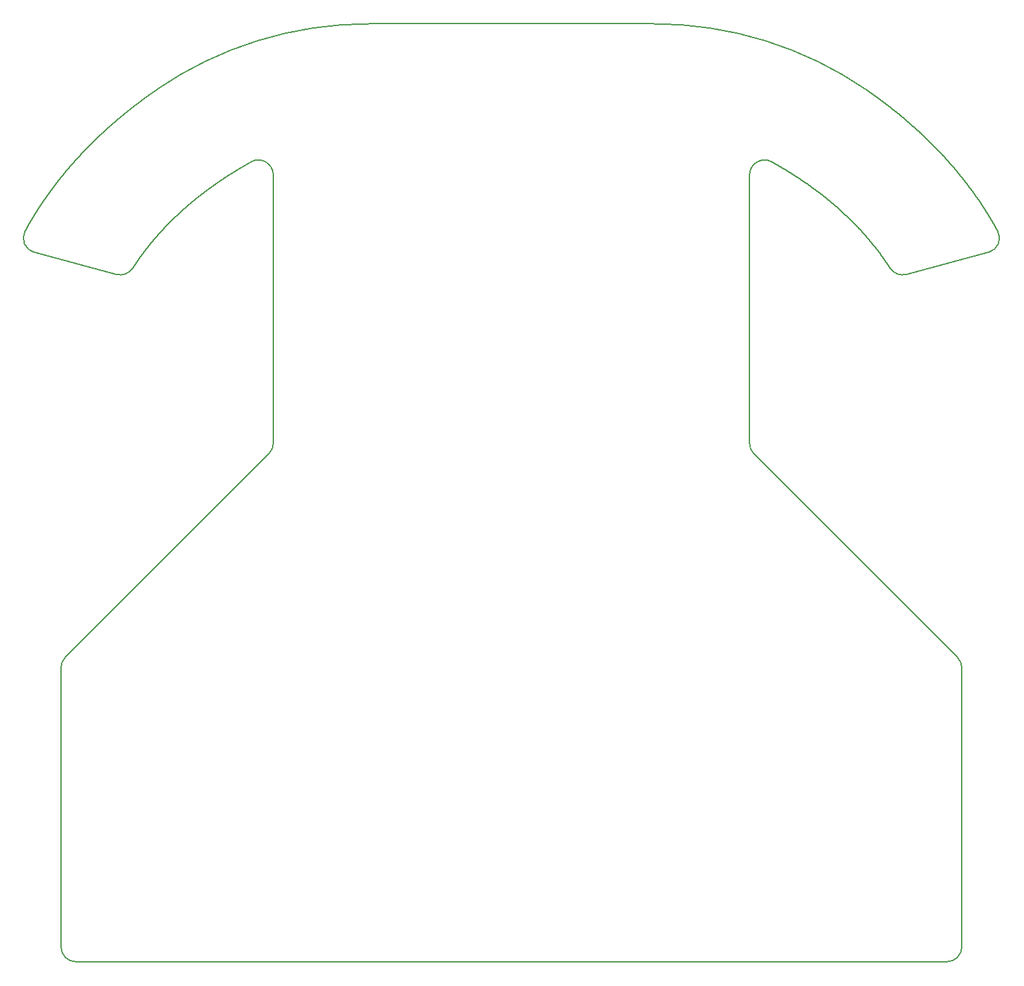
<source format=gbr>
%TF.GenerationSoftware,KiCad,Pcbnew,9.0.7*%
%TF.CreationDate,2026-02-10T22:33:51+01:00*%
%TF.ProjectId,LinefollowerMK1,4c696e65-666f-46c6-9c6f-7765724d4b31,rev?*%
%TF.SameCoordinates,Original*%
%TF.FileFunction,Profile,NP*%
%FSLAX46Y46*%
G04 Gerber Fmt 4.6, Leading zero omitted, Abs format (unit mm)*
G04 Created by KiCad (PCBNEW 9.0.7) date 2026-02-10 22:33:51*
%MOMM*%
%LPD*%
G01*
G04 APERTURE LIST*
%ADD10C,0.200000*%
%TA.AperFunction,Profile*%
%ADD11C,0.200000*%
%TD*%
G04 APERTURE END LIST*
D10*
X242568600Y-56280521D02*
X242539411Y-56227205D01*
X242510141Y-56173906D01*
X242480788Y-56120623D01*
X242451354Y-56067359D01*
X242421837Y-56014111D01*
X242392239Y-55960880D01*
X242362559Y-55907667D01*
X242332797Y-55854471D01*
X242302953Y-55801293D01*
X242273027Y-55748132D01*
X242243019Y-55694989D01*
X242212930Y-55641863D01*
X242182758Y-55588755D01*
X242152504Y-55535665D01*
X242122169Y-55482592D01*
X242091751Y-55429538D01*
X242061252Y-55376501D01*
X242030671Y-55323482D01*
X242000007Y-55270481D01*
X241969262Y-55217498D01*
X241938434Y-55164534D01*
X241907525Y-55111587D01*
X241876534Y-55058659D01*
X241845461Y-55005749D01*
X241814305Y-54952858D01*
X241783068Y-54899985D01*
X241751749Y-54847130D01*
X241720348Y-54794294D01*
X241688864Y-54741477D01*
X241657299Y-54688678D01*
X241625652Y-54635898D01*
X241593923Y-54583137D01*
X241562111Y-54530394D01*
X241530218Y-54477671D01*
X241498243Y-54424966D01*
X241466185Y-54372281D01*
X241434046Y-54319614D01*
X241401824Y-54266967D01*
X241369521Y-54214339D01*
X241337135Y-54161730D01*
X241304668Y-54109141D01*
X241272118Y-54056571D01*
X241239486Y-54004020D01*
X241206773Y-53951489D01*
X241173977Y-53898978D01*
X241141099Y-53846486D01*
X241108139Y-53794014D01*
X241075097Y-53741561D01*
X241041973Y-53689129D01*
X241008767Y-53636716D01*
X240975479Y-53584323D01*
X240942109Y-53531951D01*
X240908656Y-53479598D01*
X240875122Y-53427266D01*
X240841506Y-53374953D01*
X240807807Y-53322661D01*
X240774027Y-53270390D01*
X240740164Y-53218138D01*
X240706219Y-53165908D01*
X240672193Y-53113697D01*
X240638084Y-53061508D01*
X240603893Y-53009339D01*
X240569620Y-52957190D01*
X240535265Y-52905063D01*
X240500827Y-52852956D01*
X240466308Y-52800870D01*
X240431707Y-52748806D01*
X240397024Y-52696762D01*
X240362258Y-52644739D01*
X240327411Y-52592738D01*
X240292481Y-52540757D01*
X240257469Y-52488798D01*
X240222375Y-52436861D01*
X240187200Y-52384945D01*
X240151942Y-52333050D01*
X240116602Y-52281177D01*
X240081180Y-52229325D01*
X240045675Y-52177496D01*
X240010089Y-52125688D01*
X239974421Y-52073901D01*
X239938671Y-52022137D01*
X239902838Y-51970395D01*
X239866924Y-51918674D01*
X239830927Y-51866976D01*
X239794849Y-51815300D01*
X239758688Y-51763646D01*
X239722445Y-51712015D01*
X239686121Y-51660405D01*
X239649714Y-51608819D01*
X239613225Y-51557254D01*
X239576654Y-51505713D01*
X239540001Y-51454193D01*
X239503266Y-51402697D01*
X239466449Y-51351223D01*
X239429550Y-51299773D01*
X239392569Y-51248345D01*
X239355506Y-51196940D01*
X239318361Y-51145558D01*
X239281134Y-51094199D01*
X239243825Y-51042863D01*
X239206434Y-50991551D01*
X239168961Y-50940262D01*
X239131405Y-50888996D01*
X239093768Y-50837754D01*
X239056049Y-50786535D01*
X239018248Y-50735340D01*
X238980365Y-50684169D01*
X238942400Y-50633021D01*
X238904353Y-50581897D01*
X238866224Y-50530797D01*
X238828013Y-50479721D01*
X238789720Y-50428668D01*
X238751345Y-50377640D01*
X238712888Y-50326636D01*
X238674349Y-50275657D01*
X238635729Y-50224701D01*
X238597026Y-50173770D01*
X238558242Y-50122864D01*
X238519375Y-50071981D01*
X238480427Y-50021124D01*
X238441396Y-49970291D01*
X238402284Y-49919483D01*
X238363090Y-49868699D01*
X238323814Y-49817940D01*
X238284456Y-49767207D01*
X238245017Y-49716498D01*
X238205495Y-49665814D01*
X238165892Y-49615156D01*
X238126207Y-49564523D01*
X238086439Y-49513915D01*
X238046591Y-49463332D01*
X238006660Y-49412775D01*
X237966647Y-49362243D01*
X237926553Y-49311737D01*
X237886377Y-49261256D01*
X237846119Y-49210801D01*
X237805779Y-49160372D01*
X237765358Y-49109969D01*
X237724855Y-49059592D01*
X237684270Y-49009241D01*
X237643603Y-48958916D01*
X237602854Y-48908617D01*
X237562024Y-48858344D01*
X237521112Y-48808097D01*
X237480119Y-48757877D01*
X237439044Y-48707684D01*
X237397887Y-48657516D01*
X237356648Y-48607376D01*
X237315328Y-48557262D01*
X237273926Y-48507175D01*
X237232442Y-48457114D01*
X237190877Y-48407081D01*
X237149230Y-48357074D01*
X237107502Y-48307095D01*
X237065692Y-48257142D01*
X237023800Y-48207217D01*
X236981827Y-48157319D01*
X236939772Y-48107449D01*
X236897636Y-48057605D01*
X236855418Y-48007790D01*
X236813119Y-47958001D01*
X236770738Y-47908241D01*
X236728276Y-47858508D01*
X236685732Y-47808803D01*
X236643107Y-47759126D01*
X236600400Y-47709476D01*
X236557612Y-47659855D01*
X236514742Y-47610262D01*
X236471791Y-47560697D01*
X236428759Y-47511160D01*
X236385645Y-47461652D01*
X236342450Y-47412171D01*
X236299174Y-47362720D01*
X236255816Y-47313297D01*
X236212376Y-47263902D01*
X236168856Y-47214536D01*
X236125254Y-47165199D01*
X236081571Y-47115891D01*
X236037807Y-47066612D01*
X235993961Y-47017361D01*
X235950034Y-46968140D01*
X235906026Y-46918948D01*
X235861937Y-46869785D01*
X235817766Y-46820651D01*
X235773514Y-46771547D01*
X235729182Y-46722472D01*
X235684768Y-46673427D01*
X235640273Y-46624411D01*
X235595696Y-46575425D01*
X235551039Y-46526469D01*
X235506301Y-46477543D01*
X235461481Y-46428646D01*
X235416581Y-46379780D01*
X235371599Y-46330943D01*
X235326537Y-46282137D01*
X235281393Y-46233361D01*
X235236169Y-46184615D01*
X235190863Y-46135900D01*
X235145477Y-46087215D01*
X235100010Y-46038561D01*
X235054461Y-45989937D01*
X235008832Y-45941344D01*
X234963122Y-45892782D01*
X234917332Y-45844250D01*
X234871460Y-45795750D01*
X234825508Y-45747280D01*
X234779475Y-45698842D01*
X234733361Y-45650434D01*
X234687166Y-45602058D01*
X234640891Y-45553714D01*
X234594535Y-45505400D01*
X234548098Y-45457118D01*
X234501580Y-45408868D01*
X234454982Y-45360649D01*
X234408304Y-45312462D01*
X234361544Y-45264307D01*
X234314705Y-45216184D01*
X234267784Y-45168093D01*
X234220783Y-45120033D01*
X234173702Y-45072006D01*
X234126540Y-45024011D01*
X234079298Y-44976048D01*
X234031975Y-44928118D01*
X233984572Y-44880220D01*
X233937088Y-44832354D01*
X233889524Y-44784522D01*
X233841880Y-44736721D01*
X233794155Y-44688954D01*
X233746350Y-44641219D01*
X233698465Y-44593517D01*
X233650499Y-44545849D01*
X233602453Y-44498213D01*
X233554327Y-44450610D01*
X233506121Y-44403041D01*
X233457835Y-44355505D01*
X233409469Y-44308002D01*
X233361022Y-44260533D01*
X233312495Y-44213097D01*
X233263889Y-44165695D01*
X233215202Y-44118327D01*
X233166435Y-44070992D01*
X233117589Y-44023692D01*
X233068662Y-43976425D01*
X233019655Y-43929192D01*
X232970569Y-43881994D01*
X232921403Y-43834829D01*
X232872156Y-43787699D01*
X232822830Y-43740603D01*
X232773424Y-43693542D01*
X232723939Y-43646515D01*
X232674373Y-43599523D01*
X232624728Y-43552565D01*
X232575004Y-43505642D01*
X232525199Y-43458754D01*
X232475315Y-43411901D01*
X232425351Y-43365083D01*
X232375308Y-43318300D01*
X232325185Y-43271552D01*
X232274983Y-43224840D01*
X232224701Y-43178162D01*
X232174340Y-43131521D01*
X232123899Y-43084914D01*
X232073379Y-43038343D01*
X232022780Y-42991808D01*
X231972101Y-42945309D01*
X231921343Y-42898845D01*
X231870505Y-42852417D01*
X231819589Y-42806026D01*
X231768593Y-42759670D01*
X231717518Y-42713350D01*
X231666364Y-42667067D01*
X231615130Y-42620820D01*
X231563818Y-42574609D01*
X231512426Y-42528435D01*
X231460956Y-42482297D01*
X231409406Y-42436196D01*
X231357778Y-42390132D01*
X231306070Y-42344104D01*
X231254284Y-42298114D01*
X231202418Y-42252160D01*
X231150474Y-42206243D01*
X231098451Y-42160364D01*
X231046350Y-42114521D01*
X230994169Y-42068716D01*
X230941910Y-42022949D01*
X230889572Y-41977218D01*
X230837156Y-41931526D01*
X230784661Y-41885871D01*
X230732087Y-41840253D01*
X230679435Y-41794674D01*
X230626704Y-41749132D01*
X230573895Y-41703628D01*
X230521007Y-41658162D01*
X230468041Y-41612734D01*
X230414997Y-41567345D01*
X230361874Y-41521994D01*
X230308673Y-41476681D01*
X230255393Y-41431406D01*
X230202036Y-41386170D01*
X230148600Y-41340973D01*
X230095086Y-41295814D01*
X230041494Y-41250695D01*
X229987824Y-41205614D01*
X229934076Y-41160572D01*
X229880250Y-41115568D01*
X229826346Y-41070604D01*
X229772364Y-41025680D01*
X229718304Y-40980794D01*
X229664166Y-40935948D01*
X229609950Y-40891141D01*
X229555657Y-40846374D01*
X229501285Y-40801646D01*
X229446837Y-40756958D01*
X229392310Y-40712310D01*
X229337706Y-40667702D01*
X229283024Y-40623133D01*
X229228265Y-40578605D01*
X229173428Y-40534116D01*
X229118513Y-40489668D01*
X229063522Y-40445260D01*
X229008452Y-40400893D01*
X228953306Y-40356566D01*
X228898082Y-40312279D01*
X228842781Y-40268033D01*
X228787402Y-40223827D01*
X228731947Y-40179663D01*
X228676414Y-40135539D01*
X228620804Y-40091456D01*
X228565117Y-40047414D01*
X228509353Y-40003413D01*
X228453512Y-39959454D01*
X228397595Y-39915535D01*
X228341600Y-39871658D01*
X228285528Y-39827823D01*
X228229380Y-39784028D01*
X228173154Y-39740276D01*
X228116852Y-39696565D01*
X228060473Y-39652896D01*
X228004018Y-39609268D01*
X227947486Y-39565683D01*
X227890877Y-39522140D01*
X227834192Y-39478638D01*
X227777431Y-39435179D01*
X227720593Y-39391762D01*
X227663678Y-39348387D01*
X227606687Y-39305055D01*
X227549620Y-39261765D01*
X227492477Y-39218518D01*
X227435257Y-39175314D01*
X227377962Y-39132152D01*
X227320590Y-39089033D01*
X227263142Y-39045957D01*
X227205618Y-39002924D01*
X227148018Y-38959934D01*
X227090342Y-38916987D01*
X227032590Y-38874084D01*
X226974762Y-38831223D01*
X226916859Y-38788406D01*
X226858880Y-38745633D01*
X226800825Y-38702903D01*
X226742694Y-38660217D01*
X226684488Y-38617575D01*
X226626206Y-38574976D01*
X226567848Y-38532421D01*
X226509415Y-38489911D01*
X226450907Y-38447444D01*
X226392323Y-38405021D01*
X226333664Y-38362643D01*
X226274930Y-38320309D01*
X226216120Y-38278019D01*
X226157235Y-38235774D01*
X226098275Y-38193574D01*
X226039240Y-38151418D01*
X225980130Y-38109307D01*
X225920945Y-38067240D01*
X225861685Y-38025219D01*
X225802350Y-37983242D01*
X225742940Y-37941311D01*
X225683455Y-37899424D01*
X225623896Y-37857583D01*
X225564262Y-37815787D01*
X225504553Y-37774037D01*
X225444770Y-37732332D01*
X225384912Y-37690672D01*
X225324979Y-37649058D01*
X225264972Y-37607490D01*
X225204891Y-37565968D01*
X225144735Y-37524491D01*
X225092032Y-37488233D01*
X228233775Y-61234610D02*
X228206134Y-61191366D01*
X228178407Y-61148136D01*
X228150595Y-61104921D01*
X228122696Y-61061719D01*
X228094712Y-61018533D01*
X228066642Y-60975361D01*
X228038486Y-60932203D01*
X228010243Y-60889060D01*
X227981915Y-60845932D01*
X227953501Y-60802818D01*
X227925001Y-60759719D01*
X227896414Y-60716635D01*
X227867742Y-60673566D01*
X227838983Y-60630512D01*
X227810138Y-60587474D01*
X227781208Y-60544450D01*
X227752190Y-60501441D01*
X227723087Y-60458448D01*
X227693898Y-60415470D01*
X227664622Y-60372508D01*
X227635260Y-60329560D01*
X227605811Y-60286629D01*
X227576277Y-60243713D01*
X227546656Y-60200813D01*
X227516948Y-60157928D01*
X227487154Y-60115059D01*
X227457274Y-60072206D01*
X227427308Y-60029369D01*
X227397255Y-59986548D01*
X227367115Y-59943744D01*
X227336889Y-59900955D01*
X227306577Y-59858182D01*
X227276177Y-59815426D01*
X227245692Y-59772686D01*
X227215120Y-59729962D01*
X227184461Y-59687255D01*
X227153716Y-59644565D01*
X227122884Y-59601891D01*
X227091965Y-59559233D01*
X227060960Y-59516593D01*
X227029868Y-59473969D01*
X226998689Y-59431363D01*
X226967424Y-59388773D01*
X226936071Y-59346200D01*
X226904633Y-59303644D01*
X226873107Y-59261106D01*
X226841494Y-59218585D01*
X226809795Y-59176081D01*
X226778009Y-59133594D01*
X226746136Y-59091125D01*
X226714176Y-59048674D01*
X226682129Y-59006240D01*
X226649996Y-58963823D01*
X226617775Y-58921425D01*
X226585468Y-58879044D01*
X226553073Y-58836682D01*
X226520592Y-58794337D01*
X226488023Y-58752010D01*
X226455368Y-58709702D01*
X226422626Y-58667411D01*
X226389796Y-58625139D01*
X226356880Y-58582886D01*
X226323876Y-58540650D01*
X226290786Y-58498433D01*
X226257608Y-58456235D01*
X226224343Y-58414056D01*
X226190991Y-58371895D01*
X226157552Y-58329753D01*
X226124026Y-58287630D01*
X226090412Y-58245526D01*
X226056712Y-58203440D01*
X226022924Y-58161374D01*
X225989049Y-58119328D01*
X225955087Y-58077300D01*
X225921038Y-58035292D01*
X225886901Y-57993303D01*
X225852677Y-57951334D01*
X225818366Y-57909384D01*
X225783967Y-57867454D01*
X225749482Y-57825543D01*
X225714909Y-57783653D01*
X225680248Y-57741782D01*
X225645500Y-57699932D01*
X225610665Y-57658101D01*
X225575743Y-57616291D01*
X225540733Y-57574500D01*
X225505636Y-57532730D01*
X225470452Y-57490981D01*
X225435180Y-57449252D01*
X225399820Y-57407543D01*
X225364374Y-57365855D01*
X225328840Y-57324188D01*
X225293218Y-57282541D01*
X225257509Y-57240916D01*
X225221713Y-57199311D01*
X225185829Y-57157727D01*
X225149857Y-57116165D01*
X225113798Y-57074623D01*
X225077652Y-57033103D01*
X225041418Y-56991604D01*
X225005097Y-56950127D01*
X224968688Y-56908671D01*
X224932192Y-56867237D01*
X224895608Y-56825824D01*
X224858937Y-56784434D01*
X224822178Y-56743065D01*
X224785331Y-56701718D01*
X224748397Y-56660393D01*
X224711376Y-56619090D01*
X224674267Y-56577809D01*
X224637070Y-56536551D01*
X224599786Y-56495315D01*
X224562414Y-56454101D01*
X224524955Y-56412910D01*
X224487408Y-56371742D01*
X224449773Y-56330596D01*
X224412051Y-56289473D01*
X224374241Y-56248373D01*
X224336344Y-56207296D01*
X224298359Y-56166242D01*
X224260287Y-56125211D01*
X224222127Y-56084203D01*
X224183879Y-56043219D01*
X224145544Y-56002258D01*
X224107121Y-55961320D01*
X224068610Y-55920406D01*
X224030012Y-55879516D01*
X223991327Y-55838649D01*
X223952553Y-55797807D01*
X223913692Y-55756988D01*
X223874744Y-55716193D01*
X223835708Y-55675422D01*
X223796584Y-55634676D01*
X223757373Y-55593953D01*
X223718074Y-55553256D01*
X223678687Y-55512582D01*
X223639213Y-55471933D01*
X223599651Y-55431309D01*
X223560002Y-55390710D01*
X223520265Y-55350135D01*
X223480440Y-55309585D01*
X223440528Y-55269060D01*
X223400528Y-55228560D01*
X223360441Y-55188086D01*
X223320266Y-55147637D01*
X223280003Y-55107213D01*
X223239653Y-55066814D01*
X223199215Y-55026441D01*
X223158690Y-54986094D01*
X223118077Y-54945772D01*
X223077377Y-54905476D01*
X223036589Y-54865207D01*
X222995713Y-54824963D01*
X222954750Y-54784745D01*
X222913700Y-54744553D01*
X222872562Y-54704388D01*
X222831336Y-54664249D01*
X222790023Y-54624136D01*
X222748622Y-54584051D01*
X222707134Y-54543991D01*
X222665558Y-54503959D01*
X222623895Y-54463953D01*
X222582145Y-54423974D01*
X222540307Y-54384022D01*
X222498381Y-54344098D01*
X222456368Y-54304200D01*
X222414268Y-54264330D01*
X222372080Y-54224487D01*
X222329804Y-54184672D01*
X222287442Y-54144884D01*
X222244992Y-54105124D01*
X222202454Y-54065392D01*
X222159829Y-54025687D01*
X222117117Y-53986011D01*
X222074318Y-53946363D01*
X222031431Y-53906743D01*
X221988456Y-53867151D01*
X221945395Y-53827587D01*
X221902246Y-53788052D01*
X221859010Y-53748545D01*
X221815687Y-53709067D01*
X221772276Y-53669618D01*
X221728778Y-53630198D01*
X221685193Y-53590806D01*
X221641520Y-53551444D01*
X221597761Y-53512110D01*
X221553914Y-53472806D01*
X221509980Y-53433531D01*
X221465959Y-53394286D01*
X221421851Y-53355070D01*
X221377656Y-53315884D01*
X221333373Y-53276727D01*
X221289004Y-53237600D01*
X221244547Y-53198503D01*
X221200003Y-53159436D01*
X221155373Y-53120399D01*
X221110655Y-53081393D01*
X221065850Y-53042416D01*
X221020959Y-53003470D01*
X220975980Y-52964555D01*
X220930915Y-52925670D01*
X220885762Y-52886816D01*
X220840523Y-52847992D01*
X220795197Y-52809200D01*
X220749783Y-52770438D01*
X220704284Y-52731708D01*
X220658697Y-52693008D01*
X220613023Y-52654340D01*
X220567263Y-52615704D01*
X220521416Y-52577098D01*
X220475482Y-52538525D01*
X220429462Y-52499983D01*
X220383355Y-52461473D01*
X220337161Y-52422994D01*
X220290880Y-52384548D01*
X220244513Y-52346134D01*
X220198060Y-52307752D01*
X220151520Y-52269402D01*
X220104893Y-52231085D01*
X220058180Y-52192800D01*
X220011380Y-52154547D01*
X219964494Y-52116328D01*
X219917522Y-52078141D01*
X219870463Y-52039987D01*
X219823318Y-52001866D01*
X219776086Y-51963778D01*
X219728768Y-51925723D01*
X219681364Y-51887701D01*
X219633873Y-51849713D01*
X219586297Y-51811759D01*
X219538634Y-51773838D01*
X219490885Y-51735950D01*
X219443049Y-51698097D01*
X219395128Y-51660277D01*
X219347121Y-51622491D01*
X219299027Y-51584740D01*
X219250848Y-51547023D01*
X219202583Y-51509339D01*
X219154231Y-51471691D01*
X219105794Y-51434077D01*
X219057271Y-51396497D01*
X219008662Y-51358952D01*
X218959967Y-51321442D01*
X218911186Y-51283967D01*
X218862320Y-51246527D01*
X218813368Y-51209122D01*
X218764330Y-51171752D01*
X218715206Y-51134418D01*
X218665997Y-51097119D01*
X218616703Y-51059855D01*
X218567323Y-51022628D01*
X218517857Y-50985436D01*
X218468306Y-50948279D01*
X218418669Y-50911159D01*
X218368947Y-50874075D01*
X218319140Y-50837027D01*
X218269247Y-50800015D01*
X218219269Y-50763039D01*
X218169206Y-50726100D01*
X218119058Y-50689198D01*
X218068824Y-50652332D01*
X218018505Y-50615503D01*
X217968101Y-50578711D01*
X217917613Y-50541956D01*
X217867039Y-50505238D01*
X217816380Y-50468557D01*
X217765636Y-50431913D01*
X217714807Y-50395307D01*
X217663894Y-50358738D01*
X217612896Y-50322207D01*
X217561813Y-50285714D01*
X217510645Y-50249258D01*
X217459392Y-50212841D01*
X217408055Y-50176461D01*
X217356634Y-50140119D01*
X217305127Y-50103816D01*
X217253537Y-50067551D01*
X217201861Y-50031325D01*
X217150102Y-49995137D01*
X217098258Y-49958987D01*
X217046330Y-49922877D01*
X216994317Y-49886805D01*
X216942220Y-49850772D01*
X216890039Y-49814778D01*
X216837774Y-49778824D01*
X216785425Y-49742909D01*
X216732992Y-49707033D01*
X216680474Y-49671196D01*
X216627873Y-49635399D01*
X216575188Y-49599642D01*
X216522419Y-49563925D01*
X216469567Y-49528247D01*
X216416630Y-49492610D01*
X216363610Y-49457013D01*
X216310506Y-49421455D01*
X216257319Y-49385939D01*
X216204048Y-49350462D01*
X216150693Y-49315026D01*
X216097255Y-49279631D01*
X216043734Y-49244277D01*
X215990129Y-49208963D01*
X215936441Y-49173690D01*
X215882670Y-49138458D01*
X215828816Y-49103268D01*
X215774878Y-49068119D01*
X215720858Y-49033011D01*
X215666754Y-48997944D01*
X215612568Y-48962920D01*
X215558298Y-48927936D01*
X215503946Y-48892995D01*
X215449511Y-48858096D01*
X215394993Y-48823238D01*
X215340392Y-48788423D01*
X215285709Y-48753649D01*
X215230943Y-48718919D01*
X215176095Y-48684230D01*
X215121164Y-48649584D01*
X215066151Y-48614981D01*
X215011055Y-48580420D01*
X214955877Y-48545902D01*
X214900617Y-48511428D01*
X214845275Y-48476996D01*
X214789850Y-48442607D01*
X214734344Y-48408262D01*
X214678756Y-48373960D01*
X214623085Y-48339701D01*
X214567333Y-48305486D01*
X214511499Y-48271315D01*
X214455583Y-48237187D01*
X214399585Y-48203103D01*
X214343506Y-48169064D01*
X214287346Y-48135068D01*
X214231103Y-48101117D01*
X214174780Y-48067209D01*
X214118375Y-48033347D01*
X214061888Y-47999529D01*
X214005320Y-47965755D01*
X213948672Y-47932026D01*
X213891942Y-47898342D01*
X213835131Y-47864703D01*
X213778238Y-47831109D01*
X213721265Y-47797560D01*
X213664212Y-47764056D01*
X213607077Y-47730597D01*
X213549862Y-47697184D01*
X213492565Y-47663817D01*
X213435189Y-47630495D01*
X213377732Y-47597219D01*
X213320194Y-47563989D01*
X213262576Y-47530805D01*
X213204877Y-47497667D01*
X213147099Y-47464575D01*
X213089240Y-47431529D01*
X213031301Y-47398530D01*
X212973281Y-47365577D01*
X212915182Y-47332671D01*
X212857003Y-47299811D01*
X212798744Y-47266998D01*
X212740406Y-47234232D01*
X212681987Y-47201514D01*
X212623489Y-47168842D01*
X212564912Y-47136217D01*
X212506255Y-47103640D01*
X212484989Y-47091852D01*
X143115011Y-47091852D02*
X143085655Y-47108128D01*
X143056316Y-47124417D01*
X143027000Y-47140717D01*
X142997701Y-47157029D01*
X142968424Y-47173353D01*
X142939165Y-47189689D01*
X142909928Y-47206036D01*
X142880709Y-47222396D01*
X142851512Y-47238766D01*
X142822333Y-47255150D01*
X142793176Y-47271544D01*
X142764036Y-47287951D01*
X142734919Y-47304368D01*
X142705819Y-47320798D01*
X142676742Y-47337239D01*
X142647682Y-47353693D01*
X142618645Y-47370157D01*
X142589625Y-47386634D01*
X142560628Y-47403121D01*
X142531648Y-47419622D01*
X142502691Y-47436132D01*
X142473751Y-47452656D01*
X142444834Y-47469190D01*
X142415934Y-47485736D01*
X142387057Y-47502293D01*
X142358198Y-47518863D01*
X142329361Y-47535443D01*
X142300541Y-47552036D01*
X142271745Y-47568639D01*
X142242966Y-47585255D01*
X142214209Y-47601881D01*
X142185470Y-47618520D01*
X142156754Y-47635169D01*
X142128055Y-47651831D01*
X142099379Y-47668503D01*
X142070721Y-47685187D01*
X142042085Y-47701882D01*
X142013467Y-47718589D01*
X141984872Y-47735307D01*
X141956294Y-47752037D01*
X141927739Y-47768777D01*
X141899202Y-47785530D01*
X141870687Y-47802293D01*
X141842190Y-47819068D01*
X141813716Y-47835854D01*
X141785260Y-47852652D01*
X141756826Y-47869460D01*
X141728410Y-47886280D01*
X141700017Y-47903111D01*
X141671642Y-47919954D01*
X141643289Y-47936807D01*
X141614954Y-47953673D01*
X141586642Y-47970548D01*
X141558348Y-47987436D01*
X141530076Y-48004334D01*
X141501823Y-48021244D01*
X141473592Y-48038164D01*
X141445379Y-48055097D01*
X141417189Y-48072039D01*
X141389017Y-48088994D01*
X141360867Y-48105958D01*
X141332736Y-48122935D01*
X141304627Y-48139922D01*
X141276536Y-48156921D01*
X141248468Y-48173929D01*
X141220418Y-48190951D01*
X141192391Y-48207981D01*
X141164382Y-48225024D01*
X141136395Y-48242077D01*
X141108427Y-48259142D01*
X141080482Y-48276217D01*
X141052554Y-48293304D01*
X141024649Y-48310401D01*
X140996763Y-48327510D01*
X140968899Y-48344628D01*
X140941054Y-48361759D01*
X140913231Y-48378899D01*
X140885426Y-48396051D01*
X140857644Y-48413213D01*
X140829881Y-48430387D01*
X140802140Y-48447571D01*
X140774417Y-48464767D01*
X140746717Y-48481972D01*
X140719036Y-48499189D01*
X140691377Y-48516416D01*
X140663737Y-48533655D01*
X140636119Y-48550903D01*
X140608520Y-48568164D01*
X140580943Y-48585434D01*
X140553385Y-48602716D01*
X140525850Y-48620007D01*
X140498332Y-48637310D01*
X140470838Y-48654623D01*
X140443362Y-48671947D01*
X140415910Y-48689281D01*
X140388475Y-48706627D01*
X140361063Y-48723982D01*
X140333670Y-48741349D01*
X140306299Y-48758725D01*
X140278947Y-48776114D01*
X140251618Y-48793511D01*
X140224307Y-48810921D01*
X140197020Y-48828339D01*
X140169750Y-48845770D01*
X140142504Y-48863209D01*
X140115275Y-48880661D01*
X140088070Y-48898122D01*
X140060884Y-48915594D01*
X140033720Y-48933076D01*
X140006575Y-48950569D01*
X139979453Y-48968071D01*
X139952349Y-48985586D01*
X139925268Y-49003109D01*
X139898206Y-49020644D01*
X139871167Y-49038188D01*
X139844146Y-49055744D01*
X139817148Y-49073309D01*
X139790169Y-49090886D01*
X139763212Y-49108471D01*
X139736275Y-49126068D01*
X139709360Y-49143674D01*
X139682464Y-49161292D01*
X139655591Y-49178919D01*
X139628736Y-49196557D01*
X139601905Y-49214204D01*
X139575092Y-49231863D01*
X139548302Y-49249531D01*
X139521531Y-49267210D01*
X139494783Y-49284898D01*
X139468054Y-49302598D01*
X139441347Y-49320307D01*
X139414659Y-49338027D01*
X139387995Y-49355755D01*
X139361349Y-49373496D01*
X139334726Y-49391245D01*
X139308122Y-49409005D01*
X139281541Y-49426775D01*
X139254978Y-49444555D01*
X139228439Y-49462345D01*
X139201918Y-49480146D01*
X139175421Y-49497955D01*
X139148942Y-49515776D01*
X139122487Y-49533606D01*
X139096049Y-49551447D01*
X139069636Y-49569296D01*
X139043241Y-49587157D01*
X139016869Y-49605027D01*
X138990516Y-49622908D01*
X138964186Y-49640797D01*
X138937875Y-49658698D01*
X138911587Y-49676607D01*
X138885318Y-49694528D01*
X138859072Y-49712457D01*
X138832845Y-49730397D01*
X138806641Y-49748346D01*
X138780456Y-49766306D01*
X138754294Y-49784274D01*
X138728151Y-49802254D01*
X138702031Y-49820242D01*
X138675930Y-49838242D01*
X138649852Y-49856249D01*
X138623793Y-49874268D01*
X138597757Y-49892295D01*
X138571740Y-49910334D01*
X138545747Y-49928380D01*
X138519772Y-49946438D01*
X138493821Y-49964504D01*
X138467888Y-49982582D01*
X138441979Y-50000667D01*
X138416089Y-50018764D01*
X138390222Y-50036868D01*
X138364374Y-50054984D01*
X138338549Y-50073108D01*
X138312743Y-50091244D01*
X138286960Y-50109387D01*
X138261197Y-50127541D01*
X138235456Y-50145703D01*
X138209735Y-50163877D01*
X138184037Y-50182058D01*
X138158358Y-50200251D01*
X138132702Y-50218452D01*
X138107065Y-50236663D01*
X138081452Y-50254883D01*
X138055857Y-50273113D01*
X138030287Y-50291352D01*
X138004734Y-50309602D01*
X137979206Y-50327859D01*
X137953696Y-50346127D01*
X137928210Y-50364403D01*
X137902742Y-50382691D01*
X137877299Y-50400986D01*
X137851873Y-50419292D01*
X137826472Y-50437606D01*
X137801090Y-50455931D01*
X137775731Y-50474263D01*
X137750391Y-50492606D01*
X137725074Y-50510957D01*
X137699777Y-50529320D01*
X137674503Y-50547689D01*
X137649248Y-50566070D01*
X137624016Y-50584458D01*
X137598804Y-50602857D01*
X137573615Y-50621264D01*
X137548445Y-50639682D01*
X137523299Y-50658107D01*
X137498171Y-50676543D01*
X137473067Y-50694986D01*
X137447982Y-50713441D01*
X137422922Y-50731903D01*
X137397879Y-50750375D01*
X137372861Y-50768855D01*
X137347861Y-50787347D01*
X137322885Y-50805845D01*
X137297928Y-50824354D01*
X137272995Y-50842870D01*
X137248081Y-50861398D01*
X137223190Y-50879932D01*
X137198318Y-50898478D01*
X137173471Y-50917031D01*
X137148642Y-50935594D01*
X137123837Y-50954165D01*
X137099050Y-50972746D01*
X137074288Y-50991335D01*
X137049544Y-51009935D01*
X137024825Y-51028541D01*
X137000124Y-51047158D01*
X136975447Y-51065783D01*
X136950789Y-51084418D01*
X136926155Y-51103060D01*
X136901540Y-51121713D01*
X136876949Y-51140373D01*
X136852376Y-51159044D01*
X136827828Y-51177722D01*
X136803298Y-51196410D01*
X136778793Y-51215106D01*
X136754306Y-51233812D01*
X136729843Y-51252525D01*
X136705399Y-51271248D01*
X136680980Y-51289979D01*
X136656578Y-51308720D01*
X136632202Y-51327468D01*
X136607843Y-51346227D01*
X136583509Y-51364992D01*
X136559194Y-51383769D01*
X136534903Y-51402551D01*
X136510631Y-51421345D01*
X136486383Y-51440145D01*
X136462153Y-51458956D01*
X136437948Y-51477773D01*
X136413762Y-51496602D01*
X136389600Y-51515436D01*
X136365456Y-51534282D01*
X136341337Y-51553134D01*
X136317237Y-51571996D01*
X136293160Y-51590865D01*
X136269103Y-51609745D01*
X136245070Y-51628631D01*
X136221055Y-51647528D01*
X136197065Y-51666431D01*
X136173094Y-51685345D01*
X136149147Y-51704265D01*
X136125218Y-51723196D01*
X136101314Y-51742133D01*
X136077429Y-51761081D01*
X136053568Y-51780035D01*
X136029726Y-51798999D01*
X136005908Y-51817970D01*
X135982109Y-51836952D01*
X135958335Y-51855939D01*
X135934579Y-51874937D01*
X135910847Y-51893942D01*
X135887134Y-51912957D01*
X135863446Y-51931978D01*
X135839776Y-51951009D01*
X135816131Y-51970047D01*
X135792504Y-51989095D01*
X135768902Y-52008149D01*
X135745319Y-52027214D01*
X135721760Y-52046285D01*
X135698220Y-52065366D01*
X135674704Y-52084454D01*
X135651207Y-52103551D01*
X135627735Y-52122655D01*
X135604281Y-52141769D01*
X135580852Y-52160889D01*
X135557441Y-52180020D01*
X135534055Y-52199156D01*
X135510688Y-52218303D01*
X135487345Y-52237456D01*
X135464021Y-52256619D01*
X135440722Y-52275788D01*
X135417441Y-52294967D01*
X135394185Y-52314152D01*
X135370947Y-52333348D01*
X135347735Y-52352549D01*
X135324540Y-52371761D01*
X135301371Y-52390978D01*
X135278220Y-52410206D01*
X135255094Y-52429439D01*
X135231986Y-52448683D01*
X135208903Y-52467932D01*
X135185839Y-52487192D01*
X135162799Y-52506457D01*
X135139778Y-52525733D01*
X135116782Y-52545014D01*
X135093805Y-52564305D01*
X135070852Y-52583602D01*
X135047918Y-52602909D01*
X135025008Y-52622222D01*
X135002117Y-52641545D01*
X134979251Y-52660874D01*
X134956404Y-52680212D01*
X134933581Y-52699556D01*
X134910777Y-52718911D01*
X134887998Y-52738271D01*
X134865237Y-52757641D01*
X134842501Y-52777016D01*
X134819784Y-52796402D01*
X134797092Y-52815792D01*
X134774418Y-52835194D01*
X134751769Y-52854600D01*
X134729139Y-52874016D01*
X134706533Y-52893438D01*
X134683946Y-52912870D01*
X134661384Y-52932307D01*
X134638841Y-52951755D01*
X134616322Y-52971207D01*
X134593823Y-52990670D01*
X134571347Y-53010138D01*
X134548891Y-53029616D01*
X134526459Y-53049099D01*
X134504047Y-53068592D01*
X134481658Y-53088090D01*
X134459289Y-53107598D01*
X134436944Y-53127112D01*
X134414619Y-53146635D01*
X134392317Y-53166164D01*
X134370035Y-53185702D01*
X134347777Y-53205246D01*
X134325539Y-53224799D01*
X134303325Y-53244358D01*
X134281130Y-53263926D01*
X134258959Y-53283500D01*
X134236807Y-53303083D01*
X134214680Y-53322671D01*
X134192572Y-53342270D01*
X134170489Y-53361873D01*
X134148424Y-53381486D01*
X134126385Y-53401104D01*
X134104364Y-53420732D01*
X134082367Y-53440364D01*
X134060390Y-53460007D01*
X134038437Y-53479654D01*
X134016504Y-53499312D01*
X133994595Y-53518974D01*
X133972704Y-53538646D01*
X133950839Y-53558322D01*
X133928993Y-53578009D01*
X133907171Y-53597700D01*
X133885368Y-53617401D01*
X133863590Y-53637107D01*
X133841830Y-53656822D01*
X133820096Y-53676542D01*
X133798380Y-53696272D01*
X133776689Y-53716007D01*
X133755017Y-53735751D01*
X133733370Y-53755500D01*
X133711742Y-53775259D01*
X133690138Y-53795022D01*
X133668553Y-53814795D01*
X133646993Y-53834573D01*
X133625452Y-53854360D01*
X133603936Y-53874152D01*
X133582439Y-53893953D01*
X133560966Y-53913759D01*
X133539512Y-53933574D01*
X133518083Y-53953394D01*
X133496673Y-53973224D01*
X133475288Y-53993058D01*
X133453922Y-54012902D01*
X133432580Y-54032750D01*
X133411258Y-54052608D01*
X133389960Y-54072470D01*
X133368681Y-54092341D01*
X133347427Y-54112217D01*
X133326191Y-54132103D01*
X133304981Y-54151993D01*
X133283789Y-54171892D01*
X133262623Y-54191796D01*
X133241475Y-54211709D01*
X133220352Y-54231627D01*
X133199248Y-54251554D01*
X133178169Y-54271485D01*
X133157108Y-54291426D01*
X133136073Y-54311371D01*
X133115056Y-54331325D01*
X133094064Y-54351284D01*
X133073091Y-54371252D01*
X133052143Y-54391224D01*
X133031214Y-54411205D01*
X133010310Y-54431191D01*
X132989425Y-54451186D01*
X132968564Y-54471186D01*
X132947722Y-54491194D01*
X132926906Y-54511207D01*
X132906108Y-54531229D01*
X132885335Y-54551255D01*
X132864581Y-54571290D01*
X132843851Y-54591330D01*
X132823141Y-54611379D01*
X132802455Y-54631431D01*
X132781789Y-54651494D01*
X132761147Y-54671560D01*
X132740524Y-54691635D01*
X132719926Y-54711714D01*
X132699347Y-54731803D01*
X132678793Y-54751895D01*
X132658258Y-54771997D01*
X132637747Y-54792102D01*
X132617256Y-54812217D01*
X132596789Y-54832336D01*
X132576342Y-54852464D01*
X132555919Y-54872595D01*
X132535515Y-54892736D01*
X132515136Y-54912881D01*
X132494776Y-54933035D01*
X132474441Y-54953192D01*
X132454124Y-54973359D01*
X132433833Y-54993530D01*
X132413560Y-55013709D01*
X132393313Y-55033893D01*
X132373084Y-55054085D01*
X132352880Y-55074282D01*
X132332695Y-55094487D01*
X132312535Y-55114696D01*
X132292394Y-55134914D01*
X132272278Y-55155135D01*
X132252181Y-55175366D01*
X132232108Y-55195600D01*
X132212055Y-55215844D01*
X132192026Y-55236091D01*
X132172017Y-55256347D01*
X132152032Y-55276606D01*
X132132066Y-55296875D01*
X132112125Y-55317147D01*
X132092203Y-55337428D01*
X132072306Y-55357713D01*
X132052428Y-55378006D01*
X132032574Y-55398303D01*
X132012740Y-55418609D01*
X131992930Y-55438918D01*
X131973140Y-55459237D01*
X131953374Y-55479559D01*
X131933627Y-55499889D01*
X131913905Y-55520223D01*
X131894202Y-55540566D01*
X131874524Y-55560913D01*
X131854865Y-55581268D01*
X131835231Y-55601626D01*
X131815616Y-55621994D01*
X131796025Y-55642364D01*
X131776454Y-55662744D01*
X131756907Y-55683127D01*
X131737379Y-55703519D01*
X131717877Y-55723913D01*
X131698393Y-55744317D01*
X131678934Y-55764724D01*
X131659494Y-55785140D01*
X131640079Y-55805559D01*
X131620683Y-55825987D01*
X131601311Y-55846418D01*
X131581959Y-55866857D01*
X131562631Y-55887300D01*
X131543323Y-55907752D01*
X131524039Y-55928206D01*
X131504775Y-55948670D01*
X131485535Y-55969136D01*
X131466314Y-55989612D01*
X131447118Y-56010090D01*
X131427941Y-56030577D01*
X131408788Y-56051067D01*
X131389655Y-56071565D01*
X131370547Y-56092067D01*
X131351458Y-56112578D01*
X131332393Y-56133091D01*
X131313347Y-56153613D01*
X131294327Y-56174138D01*
X131275325Y-56194671D01*
X131256348Y-56215208D01*
X131237390Y-56235753D01*
X131218457Y-56256301D01*
X131199543Y-56276858D01*
X131180653Y-56297417D01*
X131161783Y-56317985D01*
X131142938Y-56338556D01*
X131124111Y-56359136D01*
X131105309Y-56379718D01*
X131086527Y-56400309D01*
X131067769Y-56420902D01*
X131049030Y-56441505D01*
X131030316Y-56462109D01*
X131011621Y-56482723D01*
X130992950Y-56503339D01*
X130974299Y-56523964D01*
X130955673Y-56544591D01*
X130937065Y-56565227D01*
X130918483Y-56585866D01*
X130899919Y-56606513D01*
X130881380Y-56627162D01*
X130862860Y-56647821D01*
X130844365Y-56668481D01*
X130825889Y-56689151D01*
X130807438Y-56709822D01*
X130789006Y-56730503D01*
X130770598Y-56751186D01*
X130752210Y-56771877D01*
X130733846Y-56792571D01*
X130715501Y-56813273D01*
X130697181Y-56833977D01*
X130678880Y-56854691D01*
X130660604Y-56875406D01*
X130642347Y-56896130D01*
X130624115Y-56916856D01*
X130605901Y-56937591D01*
X130587713Y-56958328D01*
X130569543Y-56979074D01*
X130551398Y-56999822D01*
X130533273Y-57020578D01*
X130515171Y-57041337D01*
X130497089Y-57062104D01*
X130479032Y-57082873D01*
X130460994Y-57103651D01*
X130442980Y-57124431D01*
X130424986Y-57145219D01*
X130407016Y-57166009D01*
X130389065Y-57186808D01*
X130371139Y-57207609D01*
X130353232Y-57228419D01*
X130335350Y-57249230D01*
X130317487Y-57270050D01*
X130299648Y-57290872D01*
X130281829Y-57311702D01*
X130264034Y-57332535D01*
X130246258Y-57353375D01*
X130228507Y-57374218D01*
X130210775Y-57395069D01*
X130193067Y-57415922D01*
X130175379Y-57436784D01*
X130157715Y-57457647D01*
X130140071Y-57478519D01*
X130122451Y-57499393D01*
X130104850Y-57520274D01*
X130087274Y-57541158D01*
X130069717Y-57562050D01*
X130052184Y-57582944D01*
X130034671Y-57603847D01*
X130017182Y-57624751D01*
X129999712Y-57645663D01*
X129982267Y-57666578D01*
X129964841Y-57687500D01*
X129947440Y-57708424D01*
X129930057Y-57729357D01*
X129912700Y-57750291D01*
X129895361Y-57771234D01*
X129878047Y-57792178D01*
X129860752Y-57813131D01*
X129843482Y-57834085D01*
X129826230Y-57855047D01*
X129809004Y-57876011D01*
X129791796Y-57896984D01*
X129774613Y-57917958D01*
X129757449Y-57938940D01*
X129740310Y-57959924D01*
X129723190Y-57980916D01*
X129706094Y-58001909D01*
X129689017Y-58022911D01*
X129671965Y-58043914D01*
X129654932Y-58064926D01*
X129637924Y-58085939D01*
X129620934Y-58106960D01*
X129603969Y-58127983D01*
X129587024Y-58149013D01*
X129570103Y-58170046D01*
X129553201Y-58191086D01*
X129536323Y-58212128D01*
X129519465Y-58233178D01*
X129502630Y-58254229D01*
X129485816Y-58275289D01*
X129469025Y-58296350D01*
X129452254Y-58317419D01*
X129435507Y-58338489D01*
X129418780Y-58359568D01*
X129402077Y-58380648D01*
X129385393Y-58401735D01*
X129368733Y-58422825D01*
X129352093Y-58443922D01*
X129335476Y-58465020D01*
X129318880Y-58486127D01*
X129302307Y-58507235D01*
X129285754Y-58528351D01*
X129269225Y-58549468D01*
X129252715Y-58570593D01*
X129236230Y-58591720D01*
X129219764Y-58612854D01*
X129203322Y-58633990D01*
X129186900Y-58655133D01*
X129170501Y-58676278D01*
X129154122Y-58697430D01*
X129137767Y-58718584D01*
X129121432Y-58739746D01*
X129105121Y-58760909D01*
X129088829Y-58782080D01*
X129072561Y-58803252D01*
X129056313Y-58824432D01*
X129040088Y-58845613D01*
X129023884Y-58866802D01*
X129007703Y-58887992D01*
X128991541Y-58909190D01*
X128975404Y-58930389D01*
X128959286Y-58951596D01*
X128943193Y-58972804D01*
X128927118Y-58994019D01*
X128911068Y-59015236D01*
X128895037Y-59036461D01*
X128879030Y-59057686D01*
X128863043Y-59078920D01*
X128847079Y-59100154D01*
X128831135Y-59121396D01*
X128815215Y-59142639D01*
X128799315Y-59163890D01*
X128783438Y-59185142D01*
X128767581Y-59206402D01*
X128751748Y-59227662D01*
X128735935Y-59248931D01*
X128720145Y-59270200D01*
X128704375Y-59291477D01*
X128688629Y-59312755D01*
X128672902Y-59334040D01*
X128657199Y-59355327D01*
X128641516Y-59376620D01*
X128625856Y-59397916D01*
X128610216Y-59419218D01*
X128594600Y-59440522D01*
X128579004Y-59461833D01*
X128563431Y-59483145D01*
X128547878Y-59504464D01*
X128532348Y-59525785D01*
X128516839Y-59547112D01*
X128501353Y-59568441D01*
X128485886Y-59589777D01*
X128470444Y-59611115D01*
X128455020Y-59632459D01*
X128439621Y-59653805D01*
X128424241Y-59675158D01*
X128408886Y-59696512D01*
X128393549Y-59717873D01*
X128378237Y-59739235D01*
X128362943Y-59760604D01*
X128347674Y-59781975D01*
X128332424Y-59803352D01*
X128317198Y-59824731D01*
X128301992Y-59846117D01*
X128286809Y-59867504D01*
X128271646Y-59888897D01*
X128256507Y-59910292D01*
X128241387Y-59931694D01*
X128226290Y-59953097D01*
X128211214Y-59974507D01*
X128196161Y-59995918D01*
X128181128Y-60017337D01*
X128166118Y-60038756D01*
X128151128Y-60060182D01*
X128136161Y-60081609D01*
X128121214Y-60103043D01*
X128106291Y-60124478D01*
X128091388Y-60145920D01*
X128076508Y-60167363D01*
X128061647Y-60188813D01*
X128046811Y-60210264D01*
X128031993Y-60231721D01*
X128017200Y-60253180D01*
X128002426Y-60274646D01*
X127987675Y-60296112D01*
X127972945Y-60317586D01*
X127958237Y-60339060D01*
X127943550Y-60360541D01*
X127928886Y-60382023D01*
X127914241Y-60403512D01*
X127899620Y-60425002D01*
X127885019Y-60446498D01*
X127870441Y-60467996D01*
X127855883Y-60489500D01*
X127841349Y-60511005D01*
X127826833Y-60532517D01*
X127812342Y-60554030D01*
X127797870Y-60575550D01*
X127783422Y-60597070D01*
X127768993Y-60618597D01*
X127754588Y-60640125D01*
X127740202Y-60661660D01*
X127725840Y-60683195D01*
X127711497Y-60704737D01*
X127697178Y-60726280D01*
X127682879Y-60747830D01*
X127668603Y-60769380D01*
X127654346Y-60790937D01*
X127640113Y-60812495D01*
X127625900Y-60834059D01*
X127611710Y-60855624D01*
X127597539Y-60877196D01*
X127583393Y-60898769D01*
X127569265Y-60920348D01*
X127555161Y-60941928D01*
X127541077Y-60963515D01*
X127527016Y-60985102D01*
X127512975Y-61006696D01*
X127498957Y-61028290D01*
X127484959Y-61049891D01*
X127470984Y-61071493D01*
X127457028Y-61093101D01*
X127443097Y-61114710D01*
X127429184Y-61136325D01*
X127415295Y-61157941D01*
X127401426Y-61179564D01*
X127387580Y-61201187D01*
X127373753Y-61222817D01*
X127366225Y-61234610D01*
X130507968Y-37488233D02*
X130477846Y-37508947D01*
X130447741Y-37529673D01*
X130417657Y-37550410D01*
X130387589Y-37571160D01*
X130357542Y-37591919D01*
X130327511Y-37612692D01*
X130297501Y-37633474D01*
X130267508Y-37654270D01*
X130237535Y-37675075D01*
X130207579Y-37695893D01*
X130177643Y-37716722D01*
X130147724Y-37737563D01*
X130117826Y-37758414D01*
X130087944Y-37779278D01*
X130058083Y-37800152D01*
X130028239Y-37821038D01*
X129998415Y-37841935D01*
X129968608Y-37862844D01*
X129938821Y-37883763D01*
X129909052Y-37904695D01*
X129879303Y-37925637D01*
X129849571Y-37946591D01*
X129819859Y-37967556D01*
X129790164Y-37988533D01*
X129760490Y-38009520D01*
X129730833Y-38030519D01*
X129701196Y-38051529D01*
X129671576Y-38072551D01*
X129641976Y-38093583D01*
X129612394Y-38114627D01*
X129582832Y-38135682D01*
X129553287Y-38156748D01*
X129523763Y-38177825D01*
X129494256Y-38198914D01*
X129464769Y-38220013D01*
X129435299Y-38241125D01*
X129405850Y-38262246D01*
X129376418Y-38283380D01*
X129347006Y-38304524D01*
X129317611Y-38325680D01*
X129288237Y-38346846D01*
X129258880Y-38368024D01*
X129229544Y-38389212D01*
X129200225Y-38410412D01*
X129170926Y-38431623D01*
X129141644Y-38452845D01*
X129112383Y-38474077D01*
X129083139Y-38495322D01*
X129053916Y-38516576D01*
X129024710Y-38537843D01*
X128995524Y-38559119D01*
X128966356Y-38580408D01*
X128937208Y-38601706D01*
X128908077Y-38623016D01*
X128878967Y-38644337D01*
X128849874Y-38665669D01*
X128820802Y-38687011D01*
X128791747Y-38708365D01*
X128762712Y-38729729D01*
X128733695Y-38751105D01*
X128704698Y-38772491D01*
X128675719Y-38793889D01*
X128646760Y-38815297D01*
X128617819Y-38836716D01*
X128588898Y-38858146D01*
X128559995Y-38879587D01*
X128531112Y-38901038D01*
X128502246Y-38922501D01*
X128473401Y-38943973D01*
X128444574Y-38965458D01*
X128415766Y-38986952D01*
X128386977Y-39008458D01*
X128358208Y-39029974D01*
X128329456Y-39051502D01*
X128300725Y-39073039D01*
X128272012Y-39094588D01*
X128243319Y-39116147D01*
X128214643Y-39137717D01*
X128185988Y-39159297D01*
X128157351Y-39180889D01*
X128128734Y-39202491D01*
X128100134Y-39224104D01*
X128071556Y-39245727D01*
X128042994Y-39267362D01*
X128014454Y-39289006D01*
X127985931Y-39310662D01*
X127957428Y-39332328D01*
X127928943Y-39354005D01*
X127900479Y-39375691D01*
X127872032Y-39397390D01*
X127843606Y-39419098D01*
X127815198Y-39440817D01*
X127786810Y-39462546D01*
X127758439Y-39484287D01*
X127730090Y-39506037D01*
X127701758Y-39527799D01*
X127673446Y-39549570D01*
X127645152Y-39571353D01*
X127616879Y-39593145D01*
X127588624Y-39614949D01*
X127560389Y-39636762D01*
X127532172Y-39658587D01*
X127503975Y-39680421D01*
X127475796Y-39702267D01*
X127447638Y-39724122D01*
X127419498Y-39745988D01*
X127391378Y-39767864D01*
X127363276Y-39789751D01*
X127335194Y-39811648D01*
X127307131Y-39833556D01*
X127279088Y-39855473D01*
X127251062Y-39877402D01*
X127223058Y-39899341D01*
X127195071Y-39921290D01*
X127167105Y-39943249D01*
X127139156Y-39965219D01*
X127111229Y-39987199D01*
X127083319Y-40009190D01*
X127055430Y-40031190D01*
X127027558Y-40053201D01*
X126999708Y-40075222D01*
X126971875Y-40097254D01*
X126944063Y-40119295D01*
X126916268Y-40141348D01*
X126888495Y-40163409D01*
X126860739Y-40185482D01*
X126833004Y-40207564D01*
X126805287Y-40229658D01*
X126777590Y-40251760D01*
X126749912Y-40273874D01*
X126722254Y-40295996D01*
X126694614Y-40318131D01*
X126666995Y-40340274D01*
X126639393Y-40362428D01*
X126611813Y-40384591D01*
X126584250Y-40406766D01*
X126556709Y-40428950D01*
X126529184Y-40451145D01*
X126501681Y-40473348D01*
X126474196Y-40495563D01*
X126446732Y-40517787D01*
X126419285Y-40540022D01*
X126391860Y-40562266D01*
X126364452Y-40584522D01*
X126337065Y-40606786D01*
X126309696Y-40629061D01*
X126282348Y-40651345D01*
X126255017Y-40673640D01*
X126227708Y-40695944D01*
X126200417Y-40718260D01*
X126173146Y-40740584D01*
X126145893Y-40762919D01*
X126118662Y-40785263D01*
X126091448Y-40807618D01*
X126064255Y-40829982D01*
X126037080Y-40852357D01*
X126009926Y-40874740D01*
X125982790Y-40897135D01*
X125955675Y-40919538D01*
X125928578Y-40941953D01*
X125901502Y-40964376D01*
X125874444Y-40986810D01*
X125847407Y-41009253D01*
X125820387Y-41031707D01*
X125793389Y-41054169D01*
X125766409Y-41076642D01*
X125739449Y-41099124D01*
X125712508Y-41121617D01*
X125685588Y-41144119D01*
X125658685Y-41166632D01*
X125631804Y-41189153D01*
X125604941Y-41211685D01*
X125578098Y-41234225D01*
X125551274Y-41256777D01*
X125524471Y-41279337D01*
X125497686Y-41301908D01*
X125470921Y-41324487D01*
X125444175Y-41347078D01*
X125417450Y-41369677D01*
X125390743Y-41392286D01*
X125364057Y-41414904D01*
X125337389Y-41437533D01*
X125310742Y-41460171D01*
X125284113Y-41482819D01*
X125257505Y-41505476D01*
X125230916Y-41528143D01*
X125204347Y-41550819D01*
X125177796Y-41573506D01*
X125151267Y-41596201D01*
X125124755Y-41618907D01*
X125098265Y-41641620D01*
X125071793Y-41664346D01*
X125045342Y-41687079D01*
X125018909Y-41709823D01*
X124992497Y-41732575D01*
X124966103Y-41755338D01*
X124939731Y-41778109D01*
X124913376Y-41800891D01*
X124887043Y-41823681D01*
X124860727Y-41846482D01*
X124834433Y-41869291D01*
X124808157Y-41892111D01*
X124781903Y-41914938D01*
X124755666Y-41937777D01*
X124729450Y-41960624D01*
X124703253Y-41983481D01*
X124677077Y-42006347D01*
X124650919Y-42029223D01*
X124624782Y-42052107D01*
X124598663Y-42075002D01*
X124572566Y-42097905D01*
X124546486Y-42120818D01*
X124520428Y-42143740D01*
X124494388Y-42166672D01*
X124468370Y-42189612D01*
X124442369Y-42212563D01*
X124416390Y-42235522D01*
X124390429Y-42258491D01*
X124364489Y-42281469D01*
X124338567Y-42304457D01*
X124312667Y-42327452D01*
X124286784Y-42350459D01*
X124260923Y-42373473D01*
X124235080Y-42396498D01*
X124209259Y-42419530D01*
X124183456Y-42442574D01*
X124157674Y-42465625D01*
X124131910Y-42488686D01*
X124106167Y-42511756D01*
X124080443Y-42534836D01*
X124054740Y-42557923D01*
X124029055Y-42581021D01*
X124003392Y-42604127D01*
X123977746Y-42627244D01*
X123952122Y-42650368D01*
X123926517Y-42673502D01*
X123900932Y-42696644D01*
X123875366Y-42719797D01*
X123849821Y-42742958D01*
X123824295Y-42766129D01*
X123798790Y-42789307D01*
X123773303Y-42812496D01*
X123747837Y-42835692D01*
X123722390Y-42858899D01*
X123696964Y-42882114D01*
X123671556Y-42905339D01*
X123646170Y-42928571D01*
X123620802Y-42951814D01*
X123595455Y-42975064D01*
X123570127Y-42998325D01*
X123544820Y-43021593D01*
X123519531Y-43044872D01*
X123494264Y-43068158D01*
X123469015Y-43091455D01*
X123443787Y-43114759D01*
X123418578Y-43138073D01*
X123393390Y-43161395D01*
X123368221Y-43184727D01*
X123343073Y-43208066D01*
X123317943Y-43231416D01*
X123292834Y-43254773D01*
X123267744Y-43278140D01*
X123242676Y-43301515D01*
X123217625Y-43324900D01*
X123192597Y-43348292D01*
X123167586Y-43371695D01*
X123142597Y-43395104D01*
X123117626Y-43418525D01*
X123092677Y-43441952D01*
X123067746Y-43465389D01*
X123042837Y-43488834D01*
X123017945Y-43512289D01*
X122993076Y-43535752D01*
X122968225Y-43559224D01*
X122943395Y-43582704D01*
X122918584Y-43606194D01*
X122893794Y-43629690D01*
X122869022Y-43653198D01*
X122844272Y-43676712D01*
X122819540Y-43700237D01*
X122794830Y-43723768D01*
X122770139Y-43747310D01*
X122745468Y-43770859D01*
X122720817Y-43794418D01*
X122696186Y-43817984D01*
X122671574Y-43841560D01*
X122646984Y-43865143D01*
X122622412Y-43888736D01*
X122597862Y-43912336D01*
X122573329Y-43935947D01*
X122548819Y-43959564D01*
X122524327Y-43983191D01*
X122499857Y-44006826D01*
X122475404Y-44030470D01*
X122450974Y-44054121D01*
X122426562Y-44077783D01*
X122402171Y-44101451D01*
X122377799Y-44125130D01*
X122353449Y-44148815D01*
X122329116Y-44172510D01*
X122304806Y-44196212D01*
X122280514Y-44219924D01*
X122256243Y-44243643D01*
X122231991Y-44267372D01*
X122207761Y-44291107D01*
X122183549Y-44314853D01*
X122159359Y-44338605D01*
X122135187Y-44362368D01*
X122111036Y-44386137D01*
X122086904Y-44409916D01*
X122062794Y-44433702D01*
X122038702Y-44457498D01*
X122014632Y-44481300D01*
X121990581Y-44505112D01*
X121966551Y-44528931D01*
X121942539Y-44552760D01*
X121918549Y-44576596D01*
X121894578Y-44600441D01*
X121870628Y-44624293D01*
X121846697Y-44648155D01*
X121822787Y-44672024D01*
X121798896Y-44695902D01*
X121775027Y-44719787D01*
X121751176Y-44743682D01*
X121727346Y-44767583D01*
X121703536Y-44791494D01*
X121679747Y-44815412D01*
X121655976Y-44839339D01*
X121632227Y-44863273D01*
X121608496Y-44887217D01*
X121584788Y-44911167D01*
X121561098Y-44935127D01*
X121537429Y-44959094D01*
X121513779Y-44983070D01*
X121490151Y-45007053D01*
X121466541Y-45031045D01*
X121442953Y-45055044D01*
X121419383Y-45079053D01*
X121395836Y-45103067D01*
X121372306Y-45127092D01*
X121348799Y-45151123D01*
X121325310Y-45175164D01*
X121301843Y-45199211D01*
X121278394Y-45223267D01*
X121254967Y-45247330D01*
X121231558Y-45271403D01*
X121208172Y-45295482D01*
X121184804Y-45319571D01*
X121161457Y-45343665D01*
X121138129Y-45367770D01*
X121114823Y-45391881D01*
X121091536Y-45416001D01*
X121068270Y-45440128D01*
X121045023Y-45464264D01*
X121021798Y-45488406D01*
X120998591Y-45512558D01*
X120975406Y-45536716D01*
X120952239Y-45560884D01*
X120929094Y-45585058D01*
X120905968Y-45609241D01*
X120882864Y-45633430D01*
X120859778Y-45657630D01*
X120836714Y-45681835D01*
X120813669Y-45706049D01*
X120790645Y-45730270D01*
X120767640Y-45754500D01*
X120744657Y-45778736D01*
X120721692Y-45802982D01*
X120698750Y-45827234D01*
X120675825Y-45851495D01*
X120652923Y-45875762D01*
X120630039Y-45900039D01*
X120607177Y-45924322D01*
X120584334Y-45948614D01*
X120561513Y-45972912D01*
X120538710Y-45997220D01*
X120515929Y-46021533D01*
X120493166Y-46045856D01*
X120470426Y-46070185D01*
X120447703Y-46094523D01*
X120425003Y-46118867D01*
X120402322Y-46143220D01*
X120379662Y-46167580D01*
X120357021Y-46191948D01*
X120334402Y-46216323D01*
X120311801Y-46240707D01*
X120289223Y-46265096D01*
X120266663Y-46289495D01*
X120244124Y-46313900D01*
X120221605Y-46338314D01*
X120199107Y-46362734D01*
X120176628Y-46387163D01*
X120154171Y-46411598D01*
X120131732Y-46436042D01*
X120109316Y-46460492D01*
X120086918Y-46484952D01*
X120064542Y-46509416D01*
X120042184Y-46533891D01*
X120019849Y-46558370D01*
X119997532Y-46582860D01*
X119975237Y-46607354D01*
X119952960Y-46631858D01*
X119930706Y-46656368D01*
X119908470Y-46680887D01*
X119886256Y-46705411D01*
X119864061Y-46729945D01*
X119841888Y-46754484D01*
X119819733Y-46779032D01*
X119797601Y-46803586D01*
X119775486Y-46828149D01*
X119753394Y-46852718D01*
X119731321Y-46877295D01*
X119709270Y-46901879D01*
X119687237Y-46926471D01*
X119665226Y-46951069D01*
X119643233Y-46975676D01*
X119621263Y-47000288D01*
X119599312Y-47024910D01*
X119577382Y-47049537D01*
X119555471Y-47074173D01*
X119533582Y-47098815D01*
X119511712Y-47123465D01*
X119489863Y-47148121D01*
X119468034Y-47172786D01*
X119446226Y-47197457D01*
X119424437Y-47222136D01*
X119402670Y-47246821D01*
X119380922Y-47271515D01*
X119359195Y-47296214D01*
X119337487Y-47320922D01*
X119315802Y-47345636D01*
X119294135Y-47370358D01*
X119272490Y-47395086D01*
X119250863Y-47419823D01*
X119229259Y-47444565D01*
X119207673Y-47469316D01*
X119186110Y-47494072D01*
X119164565Y-47518837D01*
X119143042Y-47543608D01*
X119121538Y-47568387D01*
X119100056Y-47593171D01*
X119078592Y-47617965D01*
X119057151Y-47642763D01*
X119035728Y-47667571D01*
X119014327Y-47692384D01*
X118992945Y-47717205D01*
X118971585Y-47742032D01*
X118950243Y-47766868D01*
X118928924Y-47791708D01*
X118907623Y-47816558D01*
X118886345Y-47841412D01*
X118865085Y-47866276D01*
X118843847Y-47891144D01*
X118822628Y-47916022D01*
X118801431Y-47940904D01*
X118780253Y-47965795D01*
X118759096Y-47990691D01*
X118737959Y-48015596D01*
X118716843Y-48040506D01*
X118695746Y-48065425D01*
X118674672Y-48090349D01*
X118653616Y-48115281D01*
X118632582Y-48140218D01*
X118611566Y-48165165D01*
X118590573Y-48190116D01*
X118569599Y-48215076D01*
X118548646Y-48240040D01*
X118527713Y-48265014D01*
X118506801Y-48289992D01*
X118485908Y-48314979D01*
X118465038Y-48339971D01*
X118444185Y-48364972D01*
X118423356Y-48389977D01*
X118402544Y-48414991D01*
X118381755Y-48440010D01*
X118360985Y-48465038D01*
X118340236Y-48490070D01*
X118319507Y-48515111D01*
X118298799Y-48540157D01*
X118278110Y-48565212D01*
X118257444Y-48590271D01*
X118236796Y-48615339D01*
X118216170Y-48640411D01*
X118195563Y-48665492D01*
X118174978Y-48690578D01*
X118154412Y-48715673D01*
X118133868Y-48740772D01*
X118113342Y-48765879D01*
X118092839Y-48790992D01*
X118072354Y-48816113D01*
X118051892Y-48841238D01*
X118031448Y-48866372D01*
X118011027Y-48891511D01*
X117990624Y-48916658D01*
X117970243Y-48941810D01*
X117949881Y-48966970D01*
X117929542Y-48992135D01*
X117909220Y-49017309D01*
X117888922Y-49042486D01*
X117868641Y-49067673D01*
X117848383Y-49092864D01*
X117828144Y-49118063D01*
X117807927Y-49143267D01*
X117787728Y-49168480D01*
X117767552Y-49193697D01*
X117747395Y-49218922D01*
X117727259Y-49244152D01*
X117707143Y-49269390D01*
X117687048Y-49294633D01*
X117666973Y-49319884D01*
X117646919Y-49345139D01*
X117626884Y-49370403D01*
X117606872Y-49395671D01*
X117586878Y-49420948D01*
X117566906Y-49446229D01*
X117546953Y-49471519D01*
X117527022Y-49496812D01*
X117507110Y-49522114D01*
X117487221Y-49547421D01*
X117467349Y-49572736D01*
X117447500Y-49598055D01*
X117427670Y-49623382D01*
X117407862Y-49648714D01*
X117388073Y-49674054D01*
X117368306Y-49699398D01*
X117348558Y-49724751D01*
X117328832Y-49750107D01*
X117309124Y-49775473D01*
X117289439Y-49800842D01*
X117269773Y-49826220D01*
X117250128Y-49851601D01*
X117230503Y-49876992D01*
X117210900Y-49902386D01*
X117191315Y-49927788D01*
X117171753Y-49953195D01*
X117152209Y-49978610D01*
X117132688Y-50004029D01*
X117113185Y-50029456D01*
X117093705Y-50054887D01*
X117074243Y-50080327D01*
X117054804Y-50105770D01*
X117035383Y-50131222D01*
X117015985Y-50156678D01*
X116996605Y-50182142D01*
X116977248Y-50207610D01*
X116957909Y-50233087D01*
X116938592Y-50258567D01*
X116919294Y-50284056D01*
X116900019Y-50309548D01*
X116880762Y-50335049D01*
X116861528Y-50360553D01*
X116842312Y-50386066D01*
X116823118Y-50411582D01*
X116803943Y-50437107D01*
X116784791Y-50462636D01*
X116765657Y-50488173D01*
X116746546Y-50513713D01*
X116727453Y-50539262D01*
X116708382Y-50564815D01*
X116689330Y-50590376D01*
X116670301Y-50615940D01*
X116651290Y-50641513D01*
X116632301Y-50667090D01*
X116613331Y-50692674D01*
X116594384Y-50718263D01*
X116575455Y-50743859D01*
X116556548Y-50769459D01*
X116537660Y-50795068D01*
X116518795Y-50820680D01*
X116499948Y-50846300D01*
X116481123Y-50871923D01*
X116462318Y-50897555D01*
X116443534Y-50923191D01*
X116424769Y-50948834D01*
X116406027Y-50974482D01*
X116387303Y-51000137D01*
X116368601Y-51025796D01*
X116349919Y-51051463D01*
X116331258Y-51077133D01*
X116312616Y-51102812D01*
X116293997Y-51128494D01*
X116275396Y-51154184D01*
X116256818Y-51179877D01*
X116238258Y-51205579D01*
X116219720Y-51231284D01*
X116201202Y-51256998D01*
X116182705Y-51282714D01*
X116164228Y-51308439D01*
X116145772Y-51334167D01*
X116127336Y-51359903D01*
X116108921Y-51385643D01*
X116090526Y-51411390D01*
X116072152Y-51437141D01*
X116053798Y-51462900D01*
X116035465Y-51488662D01*
X116017152Y-51514433D01*
X115998860Y-51540206D01*
X115980588Y-51565988D01*
X115962338Y-51591773D01*
X115944106Y-51617566D01*
X115925897Y-51643362D01*
X115907707Y-51669166D01*
X115889538Y-51694973D01*
X115871389Y-51720788D01*
X115853262Y-51746607D01*
X115835153Y-51772433D01*
X115817067Y-51798263D01*
X115799000Y-51824101D01*
X115780955Y-51849942D01*
X115762929Y-51875790D01*
X115744925Y-51901642D01*
X115726939Y-51927502D01*
X115708976Y-51953365D01*
X115691032Y-51979236D01*
X115673110Y-52005110D01*
X115655207Y-52030992D01*
X115637326Y-52056877D01*
X115619464Y-52082769D01*
X115601624Y-52108665D01*
X115583803Y-52134569D01*
X115566004Y-52160476D01*
X115548224Y-52186391D01*
X115530467Y-52212308D01*
X115512728Y-52238234D01*
X115495011Y-52264163D01*
X115477313Y-52290099D01*
X115459637Y-52316038D01*
X115441981Y-52341986D01*
X115424346Y-52367936D01*
X115406730Y-52393894D01*
X115389137Y-52419855D01*
X115371562Y-52445823D01*
X115354009Y-52471795D01*
X115336476Y-52497774D01*
X115318964Y-52523757D01*
X115301471Y-52549747D01*
X115284001Y-52575740D01*
X115266549Y-52601741D01*
X115249120Y-52627744D01*
X115231710Y-52653756D01*
X115214321Y-52679770D01*
X115196952Y-52705792D01*
X115179604Y-52731817D01*
X115162276Y-52757849D01*
X115144970Y-52783884D01*
X115127682Y-52809927D01*
X115110417Y-52835973D01*
X115093171Y-52862027D01*
X115075947Y-52888083D01*
X115058742Y-52914147D01*
X115041558Y-52940214D01*
X115024394Y-52966288D01*
X115007252Y-52992365D01*
X114990129Y-53018450D01*
X114973028Y-53044537D01*
X114955946Y-53070632D01*
X114938886Y-53096730D01*
X114921845Y-53122836D01*
X114904826Y-53148944D01*
X114887826Y-53175059D01*
X114870848Y-53201178D01*
X114853889Y-53227304D01*
X114836953Y-53253432D01*
X114820035Y-53279568D01*
X114803139Y-53305707D01*
X114786262Y-53331854D01*
X114769407Y-53358003D01*
X114752572Y-53384159D01*
X114735758Y-53410318D01*
X114718963Y-53436485D01*
X114702191Y-53462654D01*
X114685437Y-53488831D01*
X114668706Y-53515010D01*
X114651993Y-53541197D01*
X114635302Y-53567386D01*
X114618631Y-53593583D01*
X114601981Y-53619783D01*
X114585351Y-53645989D01*
X114568742Y-53672199D01*
X114552153Y-53698416D01*
X114535586Y-53724635D01*
X114519037Y-53750862D01*
X114502511Y-53777091D01*
X114486003Y-53803328D01*
X114469518Y-53829567D01*
X114453052Y-53855813D01*
X114436608Y-53882062D01*
X114420182Y-53908319D01*
X114403779Y-53934578D01*
X114387395Y-53960844D01*
X114371033Y-53987112D01*
X114354690Y-54013388D01*
X114338368Y-54039667D01*
X114322066Y-54065952D01*
X114305786Y-54092241D01*
X114289525Y-54118536D01*
X114273286Y-54144834D01*
X114257066Y-54171139D01*
X114240868Y-54197447D01*
X114224689Y-54223761D01*
X114208532Y-54250078D01*
X114192394Y-54276403D01*
X114176278Y-54302730D01*
X114160181Y-54329064D01*
X114144106Y-54355400D01*
X114128050Y-54381744D01*
X114112016Y-54408090D01*
X114096001Y-54434443D01*
X114080008Y-54460798D01*
X114064035Y-54487161D01*
X114048083Y-54513526D01*
X114032150Y-54539898D01*
X114016239Y-54566272D01*
X114000347Y-54592654D01*
X113984477Y-54619037D01*
X113968627Y-54645428D01*
X113952798Y-54671822D01*
X113936988Y-54698222D01*
X113921200Y-54724625D01*
X113905432Y-54751034D01*
X113889685Y-54777446D01*
X113873957Y-54803865D01*
X113858252Y-54830286D01*
X113842565Y-54856715D01*
X113826900Y-54883145D01*
X113811254Y-54909583D01*
X113795631Y-54936023D01*
X113780026Y-54962470D01*
X113764443Y-54988918D01*
X113748880Y-55015375D01*
X113733338Y-55041833D01*
X113717815Y-55068298D01*
X113702315Y-55094765D01*
X113686833Y-55121240D01*
X113671373Y-55147716D01*
X113655933Y-55174200D01*
X113640514Y-55200685D01*
X113625115Y-55227178D01*
X113609737Y-55253672D01*
X113594378Y-55280174D01*
X113579042Y-55306678D01*
X113563724Y-55333188D01*
X113548428Y-55359701D01*
X113533152Y-55386221D01*
X113517897Y-55412742D01*
X113502661Y-55439271D01*
X113487448Y-55465801D01*
X113472253Y-55492339D01*
X113457080Y-55518879D01*
X113441927Y-55545425D01*
X113426795Y-55571973D01*
X113411682Y-55598529D01*
X113396592Y-55625086D01*
X113381520Y-55651650D01*
X113366470Y-55678217D01*
X113351440Y-55704790D01*
X113336431Y-55731365D01*
X113321441Y-55757946D01*
X113306473Y-55784530D01*
X113291525Y-55811121D01*
X113276598Y-55837713D01*
X113261690Y-55864313D01*
X113246804Y-55890914D01*
X113231938Y-55917522D01*
X113217093Y-55944132D01*
X113202267Y-55970748D01*
X113187463Y-55997367D01*
X113172678Y-56023992D01*
X113157915Y-56050620D01*
X113143171Y-56077254D01*
X113128449Y-56103889D01*
X113113747Y-56130532D01*
X113099066Y-56157176D01*
X113084404Y-56183828D01*
X113069764Y-56210480D01*
X113055143Y-56237140D01*
X113031400Y-56280521D01*
D11*
%TO.C,REF\u002A\u002A*%
X242568600Y-56280521D02*
G75*
G02*
X241331299Y-59171634I-1754900J-959279D01*
G01*
X237800000Y-151694800D02*
G75*
G02*
X235800000Y-153694800I-2000000J0D01*
G01*
X237214200Y-113109000D02*
G75*
G02*
X237800042Y-114514135I-1414400J-1414400D01*
G01*
X230437461Y-62090635D02*
G75*
G02*
X228233757Y-61234621I-517661J1931935D01*
G01*
X210101450Y-85996250D02*
G75*
G02*
X209515746Y-84569452I1414450J1414250D01*
G01*
X209515729Y-48841300D02*
G75*
G02*
X212484987Y-47091855I2000021J-30D01*
G01*
X196772100Y-28694800D02*
G75*
G02*
X225092034Y-37488231I0J-50000000D01*
G01*
X146084271Y-84582100D02*
G75*
G02*
X145504281Y-85990519I-2000148J35D01*
G01*
X143115011Y-47091852D02*
G75*
G02*
X146084271Y-48841290I969290J-1749388D01*
G01*
X130507968Y-37488233D02*
G75*
G02*
X158827900Y-28694800I28319948J-41206604D01*
G01*
X127366225Y-61234610D02*
G75*
G02*
X125153711Y-62088270I-1686023J1075807D01*
G01*
X119800000Y-153694800D02*
G75*
G02*
X117800000Y-151694800I-1J1999999D01*
G01*
X117800000Y-114523200D02*
G75*
G02*
X118385786Y-113109014I1999875J24D01*
G01*
X114268668Y-59171630D02*
G75*
G02*
X113031400Y-56280521I517626J1931824D01*
G01*
X237800000Y-151694800D02*
X237800000Y-114514135D01*
X237214200Y-113109000D02*
X210101450Y-85996250D01*
X230437461Y-62090635D02*
X241331300Y-59171639D01*
X209515729Y-84569452D02*
X209515729Y-48841300D01*
X158827900Y-28694800D02*
X196772100Y-28694800D01*
X146084271Y-84582100D02*
X146084271Y-48841290D01*
X125153711Y-62088270D02*
X114268668Y-59171630D01*
X119800000Y-153694800D02*
X235800000Y-153694800D01*
X118385786Y-113109014D02*
X145504281Y-85990519D01*
X117800000Y-151694800D02*
X117800000Y-114523200D01*
%TD*%
M02*

</source>
